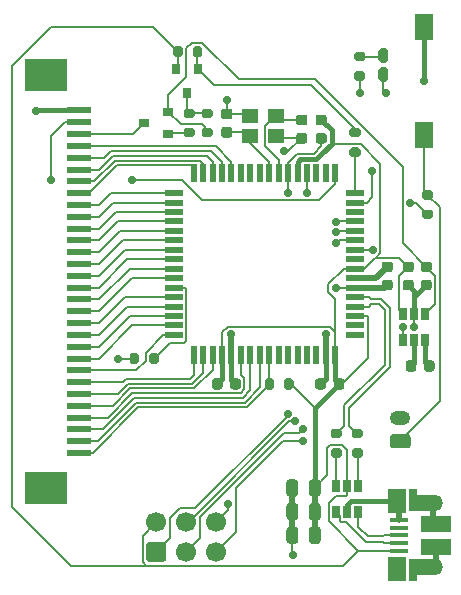
<source format=gbr>
G04 #@! TF.GenerationSoftware,KiCad,Pcbnew,(5.1.8)-1*
G04 #@! TF.CreationDate,2021-04-18T18:01:33-07:00*
G04 #@! TF.ProjectId,wired-sculpt,77697265-642d-4736-9375-6c70742e6b69,rev?*
G04 #@! TF.SameCoordinates,Original*
G04 #@! TF.FileFunction,Copper,L1,Top*
G04 #@! TF.FilePolarity,Positive*
%FSLAX46Y46*%
G04 Gerber Fmt 4.6, Leading zero omitted, Abs format (unit mm)*
G04 Created by KiCad (PCBNEW (5.1.8)-1) date 2021-04-18 18:01:33*
%MOMM*%
%LPD*%
G01*
G04 APERTURE LIST*
G04 #@! TA.AperFunction,ComponentPad*
%ADD10C,1.700000*%
G04 #@! TD*
G04 #@! TA.AperFunction,SMDPad,CuDef*
%ADD11R,0.650000X1.060000*%
G04 #@! TD*
G04 #@! TA.AperFunction,SMDPad,CuDef*
%ADD12R,1.500000X0.550000*%
G04 #@! TD*
G04 #@! TA.AperFunction,SMDPad,CuDef*
%ADD13R,0.550000X1.500000*%
G04 #@! TD*
G04 #@! TA.AperFunction,SMDPad,CuDef*
%ADD14R,2.000000X0.610000*%
G04 #@! TD*
G04 #@! TA.AperFunction,SMDPad,CuDef*
%ADD15R,3.600000X2.680000*%
G04 #@! TD*
G04 #@! TA.AperFunction,SMDPad,CuDef*
%ADD16R,2.000000X1.350000*%
G04 #@! TD*
G04 #@! TA.AperFunction,SMDPad,CuDef*
%ADD17R,0.700000X1.825000*%
G04 #@! TD*
G04 #@! TA.AperFunction,SMDPad,CuDef*
%ADD18R,1.500000X2.000000*%
G04 #@! TD*
G04 #@! TA.AperFunction,SMDPad,CuDef*
%ADD19R,1.650000X0.400000*%
G04 #@! TD*
G04 #@! TA.AperFunction,ComponentPad*
%ADD20O,1.500000X1.100000*%
G04 #@! TD*
G04 #@! TA.AperFunction,ComponentPad*
%ADD21O,1.700000X1.350000*%
G04 #@! TD*
G04 #@! TA.AperFunction,SMDPad,CuDef*
%ADD22R,2.500000X1.430000*%
G04 #@! TD*
G04 #@! TA.AperFunction,SMDPad,CuDef*
%ADD23R,1.600000X2.180000*%
G04 #@! TD*
G04 #@! TA.AperFunction,SMDPad,CuDef*
%ADD24R,1.400000X1.200000*%
G04 #@! TD*
G04 #@! TA.AperFunction,ComponentPad*
%ADD25O,1.750000X1.200000*%
G04 #@! TD*
G04 #@! TA.AperFunction,SMDPad,CuDef*
%ADD26R,0.800000X0.900000*%
G04 #@! TD*
G04 #@! TA.AperFunction,SMDPad,CuDef*
%ADD27R,0.900000X0.800000*%
G04 #@! TD*
G04 #@! TA.AperFunction,ViaPad*
%ADD28C,0.700000*%
G04 #@! TD*
G04 #@! TA.AperFunction,Conductor*
%ADD29C,0.200000*%
G04 #@! TD*
G04 #@! TA.AperFunction,Conductor*
%ADD30C,0.500000*%
G04 #@! TD*
G04 #@! TA.AperFunction,Conductor*
%ADD31C,0.400000*%
G04 #@! TD*
G04 APERTURE END LIST*
G04 #@! TO.P,J3,1*
G04 #@! TO.N,MISO*
G04 #@! TA.AperFunction,ComponentPad*
G36*
G01*
X135428000Y-77230000D02*
X134228000Y-77230000D01*
G75*
G02*
X133978000Y-76980000I0J250000D01*
G01*
X133978000Y-75780000D01*
G75*
G02*
X134228000Y-75530000I250000J0D01*
G01*
X135428000Y-75530000D01*
G75*
G02*
X135678000Y-75780000I0J-250000D01*
G01*
X135678000Y-76980000D01*
G75*
G02*
X135428000Y-77230000I-250000J0D01*
G01*
G37*
G04 #@! TD.AperFunction*
D10*
G04 #@! TO.P,J3,3*
G04 #@! TO.N,SCK*
X137368000Y-76380000D03*
G04 #@! TO.P,J3,5*
G04 #@! TO.N,RST*
X139908000Y-76380000D03*
G04 #@! TO.P,J3,2*
G04 #@! TO.N,VBUS*
X134828000Y-73840000D03*
G04 #@! TO.P,J3,4*
G04 #@! TO.N,MOSI*
X137368000Y-73840000D03*
G04 #@! TO.P,J3,6*
G04 #@! TO.N,GND*
X139908000Y-73840000D03*
G04 #@! TD*
G04 #@! TO.P,C8,1*
G04 #@! TO.N,Net-(C8-Pad1)*
G04 #@! TA.AperFunction,SMDPad,CuDef*
G36*
G01*
X146897000Y-39354000D02*
X147397000Y-39354000D01*
G75*
G02*
X147622000Y-39579000I0J-225000D01*
G01*
X147622000Y-40029000D01*
G75*
G02*
X147397000Y-40254000I-225000J0D01*
G01*
X146897000Y-40254000D01*
G75*
G02*
X146672000Y-40029000I0J225000D01*
G01*
X146672000Y-39579000D01*
G75*
G02*
X146897000Y-39354000I225000J0D01*
G01*
G37*
G04 #@! TD.AperFunction*
G04 #@! TO.P,C8,2*
G04 #@! TO.N,GND*
G04 #@! TA.AperFunction,SMDPad,CuDef*
G36*
G01*
X146897000Y-40904000D02*
X147397000Y-40904000D01*
G75*
G02*
X147622000Y-41129000I0J-225000D01*
G01*
X147622000Y-41579000D01*
G75*
G02*
X147397000Y-41804000I-225000J0D01*
G01*
X146897000Y-41804000D01*
G75*
G02*
X146672000Y-41579000I0J225000D01*
G01*
X146672000Y-41129000D01*
G75*
G02*
X146897000Y-40904000I225000J0D01*
G01*
G37*
G04 #@! TD.AperFunction*
G04 #@! TD*
G04 #@! TO.P,C12,1*
G04 #@! TO.N,GND*
G04 #@! TA.AperFunction,SMDPad,CuDef*
G36*
G01*
X141995000Y-61906000D02*
X141995000Y-62406000D01*
G75*
G02*
X141770000Y-62631000I-225000J0D01*
G01*
X141320000Y-62631000D01*
G75*
G02*
X141095000Y-62406000I0J225000D01*
G01*
X141095000Y-61906000D01*
G75*
G02*
X141320000Y-61681000I225000J0D01*
G01*
X141770000Y-61681000D01*
G75*
G02*
X141995000Y-61906000I0J-225000D01*
G01*
G37*
G04 #@! TD.AperFunction*
G04 #@! TO.P,C12,2*
G04 #@! TO.N,VBUS*
G04 #@! TA.AperFunction,SMDPad,CuDef*
G36*
G01*
X140445000Y-61906000D02*
X140445000Y-62406000D01*
G75*
G02*
X140220000Y-62631000I-225000J0D01*
G01*
X139770000Y-62631000D01*
G75*
G02*
X139545000Y-62406000I0J225000D01*
G01*
X139545000Y-61906000D01*
G75*
G02*
X139770000Y-61681000I225000J0D01*
G01*
X140220000Y-61681000D01*
G75*
G02*
X140445000Y-61906000I0J-225000D01*
G01*
G37*
G04 #@! TD.AperFunction*
G04 #@! TD*
G04 #@! TO.P,R9,1*
G04 #@! TO.N,LED*
G04 #@! TA.AperFunction,SMDPad,CuDef*
G36*
G01*
X152342000Y-36482000D02*
X151792000Y-36482000D01*
G75*
G02*
X151592000Y-36282000I0J200000D01*
G01*
X151592000Y-35882000D01*
G75*
G02*
X151792000Y-35682000I200000J0D01*
G01*
X152342000Y-35682000D01*
G75*
G02*
X152542000Y-35882000I0J-200000D01*
G01*
X152542000Y-36282000D01*
G75*
G02*
X152342000Y-36482000I-200000J0D01*
G01*
G37*
G04 #@! TD.AperFunction*
G04 #@! TO.P,R9,2*
G04 #@! TO.N,Net-(D1-Pad2)*
G04 #@! TA.AperFunction,SMDPad,CuDef*
G36*
G01*
X152342000Y-34832000D02*
X151792000Y-34832000D01*
G75*
G02*
X151592000Y-34632000I0J200000D01*
G01*
X151592000Y-34232000D01*
G75*
G02*
X151792000Y-34032000I200000J0D01*
G01*
X152342000Y-34032000D01*
G75*
G02*
X152542000Y-34232000I0J-200000D01*
G01*
X152542000Y-34632000D01*
G75*
G02*
X152342000Y-34832000I-200000J0D01*
G01*
G37*
G04 #@! TD.AperFunction*
G04 #@! TD*
G04 #@! TO.P,C3,1*
G04 #@! TO.N,GND*
G04 #@! TA.AperFunction,SMDPad,CuDef*
G36*
G01*
X145858000Y-71444000D02*
X145858000Y-70494000D01*
G75*
G02*
X146108000Y-70244000I250000J0D01*
G01*
X146608000Y-70244000D01*
G75*
G02*
X146858000Y-70494000I0J-250000D01*
G01*
X146858000Y-71444000D01*
G75*
G02*
X146608000Y-71694000I-250000J0D01*
G01*
X146108000Y-71694000D01*
G75*
G02*
X145858000Y-71444000I0J250000D01*
G01*
G37*
G04 #@! TD.AperFunction*
G04 #@! TO.P,C3,2*
G04 #@! TO.N,VBUS*
G04 #@! TA.AperFunction,SMDPad,CuDef*
G36*
G01*
X147758000Y-71444000D02*
X147758000Y-70494000D01*
G75*
G02*
X148008000Y-70244000I250000J0D01*
G01*
X148508000Y-70244000D01*
G75*
G02*
X148758000Y-70494000I0J-250000D01*
G01*
X148758000Y-71444000D01*
G75*
G02*
X148508000Y-71694000I-250000J0D01*
G01*
X148008000Y-71694000D01*
G75*
G02*
X147758000Y-71444000I0J250000D01*
G01*
G37*
G04 #@! TD.AperFunction*
G04 #@! TD*
D11*
G04 #@! TO.P,U1,1*
G04 #@! TO.N,/Din-*
X150050000Y-73000000D03*
G04 #@! TO.P,U1,2*
G04 #@! TO.N,GND*
X151000000Y-73000000D03*
G04 #@! TO.P,U1,3*
G04 #@! TO.N,/Din+*
X151950000Y-73000000D03*
G04 #@! TO.P,U1,4*
G04 #@! TO.N,/Dout+*
X151950000Y-70800000D03*
G04 #@! TO.P,U1,6*
G04 #@! TO.N,/Dout-*
X150050000Y-70800000D03*
G04 #@! TO.P,U1,5*
G04 #@! TO.N,VBUS*
X151000000Y-70800000D03*
G04 #@! TD*
D12*
G04 #@! TO.P,U3,1*
G04 #@! TO.N,Net-(U3-Pad1)*
X151700000Y-58000000D03*
G04 #@! TO.P,U3,2*
G04 #@! TO.N,Net-(U3-Pad2)*
X151700000Y-57200000D03*
G04 #@! TO.P,U3,3*
G04 #@! TO.N,VBUS*
X151700000Y-56400000D03*
G04 #@! TO.P,U3,4*
G04 #@! TO.N,/D-*
X151700000Y-55600000D03*
G04 #@! TO.P,U3,5*
G04 #@! TO.N,/D+*
X151700000Y-54800000D03*
G04 #@! TO.P,U3,6*
G04 #@! TO.N,GND*
X151700000Y-54000000D03*
G04 #@! TO.P,U3,7*
G04 #@! TO.N,Net-(C9-Pad1)*
X151700000Y-53200000D03*
G04 #@! TO.P,U3,8*
G04 #@! TO.N,VBUS*
X151700000Y-52400000D03*
G04 #@! TO.P,U3,9*
G04 #@! TO.N,Net-(U3-Pad9)*
X151700000Y-51600000D03*
G04 #@! TO.P,U3,10*
G04 #@! TO.N,PB0*
X151700000Y-50800000D03*
G04 #@! TO.P,U3,11*
G04 #@! TO.N,SCK*
X151700000Y-50000000D03*
G04 #@! TO.P,U3,12*
G04 #@! TO.N,MOSI*
X151700000Y-49200000D03*
G04 #@! TO.P,U3,13*
G04 #@! TO.N,MISO*
X151700000Y-48400000D03*
G04 #@! TO.P,U3,14*
G04 #@! TO.N,Net-(U3-Pad14)*
X151700000Y-47600000D03*
G04 #@! TO.P,U3,15*
G04 #@! TO.N,LED*
X151700000Y-46800000D03*
G04 #@! TO.P,U3,16*
G04 #@! TO.N,GREEN+*
X151700000Y-46000000D03*
D13*
G04 #@! TO.P,U3,17*
G04 #@! TO.N,RED+*
X150000000Y-44300000D03*
G04 #@! TO.P,U3,18*
G04 #@! TO.N,Net-(U3-Pad18)*
X149200000Y-44300000D03*
G04 #@! TO.P,U3,19*
G04 #@! TO.N,Net-(U3-Pad19)*
X148400000Y-44300000D03*
G04 #@! TO.P,U3,20*
G04 #@! TO.N,RST*
X147600000Y-44300000D03*
G04 #@! TO.P,U3,21*
G04 #@! TO.N,VBUS*
X146800000Y-44300000D03*
G04 #@! TO.P,U3,22*
G04 #@! TO.N,GND*
X146000000Y-44300000D03*
G04 #@! TO.P,U3,23*
G04 #@! TO.N,Net-(C8-Pad1)*
X145200000Y-44300000D03*
G04 #@! TO.P,U3,24*
G04 #@! TO.N,Net-(C7-Pad1)*
X144400000Y-44300000D03*
G04 #@! TO.P,U3,25*
G04 #@! TO.N,Net-(U3-Pad25)*
X143600000Y-44300000D03*
G04 #@! TO.P,U3,26*
G04 #@! TO.N,Net-(U3-Pad26)*
X142800000Y-44300000D03*
G04 #@! TO.P,U3,27*
G04 #@! TO.N,Net-(U3-Pad27)*
X142000000Y-44300000D03*
G04 #@! TO.P,U3,28*
G04 #@! TO.N,Net-(J2-Pad4)*
X141200000Y-44300000D03*
G04 #@! TO.P,U3,29*
G04 #@! TO.N,Net-(J2-Pad5)*
X140400000Y-44300000D03*
G04 #@! TO.P,U3,30*
G04 #@! TO.N,Net-(J2-Pad6)*
X139600000Y-44300000D03*
G04 #@! TO.P,U3,31*
G04 #@! TO.N,Net-(J2-Pad7)*
X138800000Y-44300000D03*
G04 #@! TO.P,U3,32*
G04 #@! TO.N,Net-(J2-Pad8)*
X138000000Y-44300000D03*
D12*
G04 #@! TO.P,U3,33*
G04 #@! TO.N,PE0*
X136300000Y-46000000D03*
G04 #@! TO.P,U3,34*
G04 #@! TO.N,PE1*
X136300000Y-46800000D03*
G04 #@! TO.P,U3,35*
G04 #@! TO.N,Net-(J2-Pad11)*
X136300000Y-47600000D03*
G04 #@! TO.P,U3,36*
G04 #@! TO.N,Net-(J2-Pad12)*
X136300000Y-48400000D03*
G04 #@! TO.P,U3,37*
G04 #@! TO.N,Net-(J2-Pad13)*
X136300000Y-49200000D03*
G04 #@! TO.P,U3,38*
G04 #@! TO.N,Net-(J2-Pad14)*
X136300000Y-50000000D03*
G04 #@! TO.P,U3,39*
G04 #@! TO.N,Net-(J2-Pad15)*
X136300000Y-50800000D03*
G04 #@! TO.P,U3,40*
G04 #@! TO.N,Net-(J2-Pad16)*
X136300000Y-51600000D03*
G04 #@! TO.P,U3,41*
G04 #@! TO.N,Net-(J2-Pad17)*
X136300000Y-52400000D03*
G04 #@! TO.P,U3,42*
G04 #@! TO.N,Net-(J2-Pad18)*
X136300000Y-53200000D03*
G04 #@! TO.P,U3,43*
G04 #@! TO.N,Net-(R3-Pad1)*
X136300000Y-54000000D03*
G04 #@! TO.P,U3,44*
G04 #@! TO.N,Net-(J2-Pad19)*
X136300000Y-54800000D03*
G04 #@! TO.P,U3,45*
G04 #@! TO.N,Net-(J2-Pad20)*
X136300000Y-55600000D03*
G04 #@! TO.P,U3,46*
G04 #@! TO.N,Net-(J2-Pad21)*
X136300000Y-56400000D03*
G04 #@! TO.P,U3,47*
G04 #@! TO.N,Net-(J2-Pad22)*
X136300000Y-57200000D03*
G04 #@! TO.P,U3,48*
G04 #@! TO.N,Net-(J2-Pad23)*
X136300000Y-58000000D03*
D13*
G04 #@! TO.P,U3,49*
G04 #@! TO.N,Net-(J2-Pad24)*
X138000000Y-59700000D03*
G04 #@! TO.P,U3,50*
G04 #@! TO.N,Net-(J2-Pad25)*
X138800000Y-59700000D03*
G04 #@! TO.P,U3,51*
G04 #@! TO.N,Net-(J2-Pad26)*
X139600000Y-59700000D03*
G04 #@! TO.P,U3,52*
G04 #@! TO.N,VBUS*
X140400000Y-59700000D03*
G04 #@! TO.P,U3,53*
G04 #@! TO.N,GND*
X141200000Y-59700000D03*
G04 #@! TO.P,U3,54*
G04 #@! TO.N,PF7*
X142000000Y-59700000D03*
G04 #@! TO.P,U3,55*
G04 #@! TO.N,PF6*
X142800000Y-59700000D03*
G04 #@! TO.P,U3,56*
G04 #@! TO.N,PF5*
X143600000Y-59700000D03*
G04 #@! TO.P,U3,57*
G04 #@! TO.N,PF4*
X144400000Y-59700000D03*
G04 #@! TO.P,U3,58*
G04 #@! TO.N,Net-(U3-Pad58)*
X145200000Y-59700000D03*
G04 #@! TO.P,U3,59*
G04 #@! TO.N,Net-(U3-Pad59)*
X146000000Y-59700000D03*
G04 #@! TO.P,U3,60*
G04 #@! TO.N,Net-(U3-Pad60)*
X146800000Y-59700000D03*
G04 #@! TO.P,U3,61*
G04 #@! TO.N,Net-(U3-Pad61)*
X147600000Y-59700000D03*
G04 #@! TO.P,U3,62*
G04 #@! TO.N,Net-(U3-Pad62)*
X148400000Y-59700000D03*
G04 #@! TO.P,U3,63*
G04 #@! TO.N,GND*
X149200000Y-59700000D03*
G04 #@! TO.P,U3,64*
G04 #@! TO.N,VBUS*
X150000000Y-59700000D03*
G04 #@! TD*
G04 #@! TO.P,R1,1*
G04 #@! TO.N,/D+*
G04 #@! TA.AperFunction,SMDPad,CuDef*
G36*
G01*
X151571000Y-65948000D02*
X152121000Y-65948000D01*
G75*
G02*
X152321000Y-66148000I0J-200000D01*
G01*
X152321000Y-66548000D01*
G75*
G02*
X152121000Y-66748000I-200000J0D01*
G01*
X151571000Y-66748000D01*
G75*
G02*
X151371000Y-66548000I0J200000D01*
G01*
X151371000Y-66148000D01*
G75*
G02*
X151571000Y-65948000I200000J0D01*
G01*
G37*
G04 #@! TD.AperFunction*
G04 #@! TO.P,R1,2*
G04 #@! TO.N,/Dout+*
G04 #@! TA.AperFunction,SMDPad,CuDef*
G36*
G01*
X151571000Y-67598000D02*
X152121000Y-67598000D01*
G75*
G02*
X152321000Y-67798000I0J-200000D01*
G01*
X152321000Y-68198000D01*
G75*
G02*
X152121000Y-68398000I-200000J0D01*
G01*
X151571000Y-68398000D01*
G75*
G02*
X151371000Y-68198000I0J200000D01*
G01*
X151371000Y-67798000D01*
G75*
G02*
X151571000Y-67598000I200000J0D01*
G01*
G37*
G04 #@! TD.AperFunction*
G04 #@! TD*
D14*
G04 #@! TO.P,J2,1*
G04 #@! TO.N,GND*
X128300000Y-39000000D03*
G04 #@! TO.P,J2,2*
G04 #@! TO.N,RED+*
X128300000Y-40000000D03*
G04 #@! TO.P,J2,3*
G04 #@! TO.N,GREEN-*
X128300000Y-41000000D03*
G04 #@! TO.P,J2,4*
G04 #@! TO.N,Net-(J2-Pad4)*
X128300000Y-42000000D03*
G04 #@! TO.P,J2,5*
G04 #@! TO.N,Net-(J2-Pad5)*
X128300000Y-43000000D03*
G04 #@! TO.P,J2,6*
G04 #@! TO.N,Net-(J2-Pad6)*
X128300000Y-44000000D03*
G04 #@! TO.P,J2,7*
G04 #@! TO.N,Net-(J2-Pad7)*
X128300000Y-45000000D03*
G04 #@! TO.P,J2,8*
G04 #@! TO.N,Net-(J2-Pad8)*
X128300000Y-46000000D03*
G04 #@! TO.P,J2,9*
G04 #@! TO.N,PE0*
X128300000Y-47000000D03*
G04 #@! TO.P,J2,10*
G04 #@! TO.N,PE1*
X128300000Y-48000000D03*
G04 #@! TO.P,J2,11*
G04 #@! TO.N,Net-(J2-Pad11)*
X128300000Y-49000000D03*
G04 #@! TO.P,J2,12*
G04 #@! TO.N,Net-(J2-Pad12)*
X128300000Y-50000000D03*
G04 #@! TO.P,J2,13*
G04 #@! TO.N,Net-(J2-Pad13)*
X128300000Y-51000000D03*
G04 #@! TO.P,J2,14*
G04 #@! TO.N,Net-(J2-Pad14)*
X128300000Y-52000000D03*
G04 #@! TO.P,J2,15*
G04 #@! TO.N,Net-(J2-Pad15)*
X128300000Y-53000000D03*
G04 #@! TO.P,J2,16*
G04 #@! TO.N,Net-(J2-Pad16)*
X128300000Y-54000000D03*
G04 #@! TO.P,J2,17*
G04 #@! TO.N,Net-(J2-Pad17)*
X128300000Y-55000000D03*
G04 #@! TO.P,J2,18*
G04 #@! TO.N,Net-(J2-Pad18)*
X128300000Y-56000000D03*
G04 #@! TO.P,J2,19*
G04 #@! TO.N,Net-(J2-Pad19)*
X128300000Y-57000000D03*
G04 #@! TO.P,J2,20*
G04 #@! TO.N,Net-(J2-Pad20)*
X128300000Y-58000000D03*
G04 #@! TO.P,J2,21*
G04 #@! TO.N,Net-(J2-Pad21)*
X128300000Y-59000000D03*
G04 #@! TO.P,J2,22*
G04 #@! TO.N,Net-(J2-Pad22)*
X128300000Y-60000000D03*
G04 #@! TO.P,J2,23*
G04 #@! TO.N,Net-(J2-Pad23)*
X128300000Y-61000000D03*
G04 #@! TO.P,J2,24*
G04 #@! TO.N,Net-(J2-Pad24)*
X128300000Y-62000000D03*
G04 #@! TO.P,J2,25*
G04 #@! TO.N,Net-(J2-Pad25)*
X128300000Y-63000000D03*
G04 #@! TO.P,J2,26*
G04 #@! TO.N,Net-(J2-Pad26)*
X128300000Y-64000000D03*
G04 #@! TO.P,J2,27*
G04 #@! TO.N,PF7*
X128300000Y-65000000D03*
G04 #@! TO.P,J2,28*
G04 #@! TO.N,PF6*
X128300000Y-66000000D03*
G04 #@! TO.P,J2,29*
G04 #@! TO.N,PF5*
X128300000Y-67000000D03*
G04 #@! TO.P,J2,30*
G04 #@! TO.N,PF4*
X128300000Y-68000000D03*
D15*
G04 #@! TO.P,J2,MP*
G04 #@! TO.N,N/C*
X125500000Y-36010000D03*
X125500000Y-70990000D03*
G04 #@! TD*
G04 #@! TO.P,C7,2*
G04 #@! TO.N,GND*
G04 #@! TA.AperFunction,SMDPad,CuDef*
G36*
G01*
X141047000Y-39746000D02*
X140547000Y-39746000D01*
G75*
G02*
X140322000Y-39521000I0J225000D01*
G01*
X140322000Y-39071000D01*
G75*
G02*
X140547000Y-38846000I225000J0D01*
G01*
X141047000Y-38846000D01*
G75*
G02*
X141272000Y-39071000I0J-225000D01*
G01*
X141272000Y-39521000D01*
G75*
G02*
X141047000Y-39746000I-225000J0D01*
G01*
G37*
G04 #@! TD.AperFunction*
G04 #@! TO.P,C7,1*
G04 #@! TO.N,Net-(C7-Pad1)*
G04 #@! TA.AperFunction,SMDPad,CuDef*
G36*
G01*
X141047000Y-41296000D02*
X140547000Y-41296000D01*
G75*
G02*
X140322000Y-41071000I0J225000D01*
G01*
X140322000Y-40621000D01*
G75*
G02*
X140547000Y-40396000I225000J0D01*
G01*
X141047000Y-40396000D01*
G75*
G02*
X141272000Y-40621000I0J-225000D01*
G01*
X141272000Y-41071000D01*
G75*
G02*
X141047000Y-41296000I-225000J0D01*
G01*
G37*
G04 #@! TD.AperFunction*
G04 #@! TD*
G04 #@! TO.P,C9,1*
G04 #@! TO.N,Net-(C9-Pad1)*
G04 #@! TA.AperFunction,SMDPad,CuDef*
G36*
G01*
X154136000Y-51787000D02*
X154636000Y-51787000D01*
G75*
G02*
X154861000Y-52012000I0J-225000D01*
G01*
X154861000Y-52462000D01*
G75*
G02*
X154636000Y-52687000I-225000J0D01*
G01*
X154136000Y-52687000D01*
G75*
G02*
X153911000Y-52462000I0J225000D01*
G01*
X153911000Y-52012000D01*
G75*
G02*
X154136000Y-51787000I225000J0D01*
G01*
G37*
G04 #@! TD.AperFunction*
G04 #@! TO.P,C9,2*
G04 #@! TO.N,GND*
G04 #@! TA.AperFunction,SMDPad,CuDef*
G36*
G01*
X154136000Y-53337000D02*
X154636000Y-53337000D01*
G75*
G02*
X154861000Y-53562000I0J-225000D01*
G01*
X154861000Y-54012000D01*
G75*
G02*
X154636000Y-54237000I-225000J0D01*
G01*
X154136000Y-54237000D01*
G75*
G02*
X153911000Y-54012000I0J225000D01*
G01*
X153911000Y-53562000D01*
G75*
G02*
X154136000Y-53337000I225000J0D01*
G01*
G37*
G04 #@! TD.AperFunction*
G04 #@! TD*
G04 #@! TO.P,D1,1*
G04 #@! TO.N,GND*
G04 #@! TA.AperFunction,SMDPad,CuDef*
G36*
G01*
X154279500Y-36569500D02*
X153854500Y-36569500D01*
G75*
G02*
X153642000Y-36357000I0J212500D01*
G01*
X153642000Y-35557000D01*
G75*
G02*
X153854500Y-35344500I212500J0D01*
G01*
X154279500Y-35344500D01*
G75*
G02*
X154492000Y-35557000I0J-212500D01*
G01*
X154492000Y-36357000D01*
G75*
G02*
X154279500Y-36569500I-212500J0D01*
G01*
G37*
G04 #@! TD.AperFunction*
G04 #@! TO.P,D1,2*
G04 #@! TO.N,Net-(D1-Pad2)*
G04 #@! TA.AperFunction,SMDPad,CuDef*
G36*
G01*
X154279500Y-34944500D02*
X153854500Y-34944500D01*
G75*
G02*
X153642000Y-34732000I0J212500D01*
G01*
X153642000Y-33932000D01*
G75*
G02*
X153854500Y-33719500I212500J0D01*
G01*
X154279500Y-33719500D01*
G75*
G02*
X154492000Y-33932000I0J-212500D01*
G01*
X154492000Y-34732000D01*
G75*
G02*
X154279500Y-34944500I-212500J0D01*
G01*
G37*
G04 #@! TD.AperFunction*
G04 #@! TD*
D16*
G04 #@! TO.P,J1,6*
G04 #@! TO.N,GND*
X157300000Y-72210000D03*
X157300000Y-77690000D03*
D17*
X156550000Y-77910000D03*
X156550000Y-71960000D03*
D18*
X155250000Y-77810000D03*
X155230000Y-72060000D03*
D19*
G04 #@! TO.P,J1,1*
G04 #@! TO.N,VBUS*
X155350000Y-76260000D03*
G04 #@! TO.P,J1,2*
G04 #@! TO.N,/Din-*
X155350000Y-75610000D03*
G04 #@! TO.P,J1,3*
G04 #@! TO.N,/Din+*
X155350000Y-74960000D03*
G04 #@! TO.P,J1,4*
G04 #@! TO.N,Net-(J1-Pad4)*
X155350000Y-74310000D03*
G04 #@! TO.P,J1,5*
G04 #@! TO.N,GND*
X155350000Y-73660000D03*
D20*
G04 #@! TO.P,J1,6*
X155230000Y-77380000D03*
X155230000Y-72540000D03*
D21*
X158230000Y-77690000D03*
X158230000Y-72230000D03*
D22*
X158500000Y-75920000D03*
X158500000Y-74000000D03*
G04 #@! TD*
G04 #@! TO.P,R2,2*
G04 #@! TO.N,/Dout-*
G04 #@! TA.AperFunction,SMDPad,CuDef*
G36*
G01*
X149793000Y-67598000D02*
X150343000Y-67598000D01*
G75*
G02*
X150543000Y-67798000I0J-200000D01*
G01*
X150543000Y-68198000D01*
G75*
G02*
X150343000Y-68398000I-200000J0D01*
G01*
X149793000Y-68398000D01*
G75*
G02*
X149593000Y-68198000I0J200000D01*
G01*
X149593000Y-67798000D01*
G75*
G02*
X149793000Y-67598000I200000J0D01*
G01*
G37*
G04 #@! TD.AperFunction*
G04 #@! TO.P,R2,1*
G04 #@! TO.N,/D-*
G04 #@! TA.AperFunction,SMDPad,CuDef*
G36*
G01*
X149793000Y-65948000D02*
X150343000Y-65948000D01*
G75*
G02*
X150543000Y-66148000I0J-200000D01*
G01*
X150543000Y-66548000D01*
G75*
G02*
X150343000Y-66748000I-200000J0D01*
G01*
X149793000Y-66748000D01*
G75*
G02*
X149593000Y-66548000I0J200000D01*
G01*
X149593000Y-66148000D01*
G75*
G02*
X149793000Y-65948000I200000J0D01*
G01*
G37*
G04 #@! TD.AperFunction*
G04 #@! TD*
D23*
G04 #@! TO.P,SW1,1*
G04 #@! TO.N,GND*
X157500000Y-31910000D03*
G04 #@! TO.P,SW1,2*
G04 #@! TO.N,Net-(R10-Pad2)*
X157500000Y-41090000D03*
G04 #@! TD*
D24*
G04 #@! TO.P,Y1,1*
G04 #@! TO.N,Net-(C7-Pad1)*
X142808500Y-41162000D03*
G04 #@! TO.P,Y1,2*
G04 #@! TO.N,GND*
X145008500Y-41162000D03*
G04 #@! TO.P,Y1,3*
G04 #@! TO.N,Net-(C8-Pad1)*
X145008500Y-39462000D03*
G04 #@! TO.P,Y1,4*
G04 #@! TO.N,GND*
X142808500Y-39462000D03*
G04 #@! TD*
G04 #@! TO.P,R3,1*
G04 #@! TO.N,Net-(R3-Pad1)*
G04 #@! TA.AperFunction,SMDPad,CuDef*
G36*
G01*
X135025000Y-59725000D02*
X135025000Y-60275000D01*
G75*
G02*
X134825000Y-60475000I-200000J0D01*
G01*
X134425000Y-60475000D01*
G75*
G02*
X134225000Y-60275000I0J200000D01*
G01*
X134225000Y-59725000D01*
G75*
G02*
X134425000Y-59525000I200000J0D01*
G01*
X134825000Y-59525000D01*
G75*
G02*
X135025000Y-59725000I0J-200000D01*
G01*
G37*
G04 #@! TD.AperFunction*
G04 #@! TO.P,R3,2*
G04 #@! TO.N,GND*
G04 #@! TA.AperFunction,SMDPad,CuDef*
G36*
G01*
X133375000Y-59725000D02*
X133375000Y-60275000D01*
G75*
G02*
X133175000Y-60475000I-200000J0D01*
G01*
X132775000Y-60475000D01*
G75*
G02*
X132575000Y-60275000I0J200000D01*
G01*
X132575000Y-59725000D01*
G75*
G02*
X132775000Y-59525000I200000J0D01*
G01*
X133175000Y-59525000D01*
G75*
G02*
X133375000Y-59725000I0J-200000D01*
G01*
G37*
G04 #@! TD.AperFunction*
G04 #@! TD*
G04 #@! TO.P,R10,1*
G04 #@! TO.N,RST*
G04 #@! TA.AperFunction,SMDPad,CuDef*
G36*
G01*
X158075000Y-48200000D02*
X157525000Y-48200000D01*
G75*
G02*
X157325000Y-48000000I0J200000D01*
G01*
X157325000Y-47600000D01*
G75*
G02*
X157525000Y-47400000I200000J0D01*
G01*
X158075000Y-47400000D01*
G75*
G02*
X158275000Y-47600000I0J-200000D01*
G01*
X158275000Y-48000000D01*
G75*
G02*
X158075000Y-48200000I-200000J0D01*
G01*
G37*
G04 #@! TD.AperFunction*
G04 #@! TO.P,R10,2*
G04 #@! TO.N,Net-(R10-Pad2)*
G04 #@! TA.AperFunction,SMDPad,CuDef*
G36*
G01*
X158075000Y-46550000D02*
X157525000Y-46550000D01*
G75*
G02*
X157325000Y-46350000I0J200000D01*
G01*
X157325000Y-45950000D01*
G75*
G02*
X157525000Y-45750000I200000J0D01*
G01*
X158075000Y-45750000D01*
G75*
G02*
X158275000Y-45950000I0J-200000D01*
G01*
X158275000Y-46350000D01*
G75*
G02*
X158075000Y-46550000I-200000J0D01*
G01*
G37*
G04 #@! TD.AperFunction*
G04 #@! TD*
G04 #@! TO.P,C1,1*
G04 #@! TO.N,GND*
G04 #@! TA.AperFunction,SMDPad,CuDef*
G36*
G01*
X145858000Y-75444000D02*
X145858000Y-74494000D01*
G75*
G02*
X146108000Y-74244000I250000J0D01*
G01*
X146608000Y-74244000D01*
G75*
G02*
X146858000Y-74494000I0J-250000D01*
G01*
X146858000Y-75444000D01*
G75*
G02*
X146608000Y-75694000I-250000J0D01*
G01*
X146108000Y-75694000D01*
G75*
G02*
X145858000Y-75444000I0J250000D01*
G01*
G37*
G04 #@! TD.AperFunction*
G04 #@! TO.P,C1,2*
G04 #@! TO.N,VBUS*
G04 #@! TA.AperFunction,SMDPad,CuDef*
G36*
G01*
X147758000Y-75444000D02*
X147758000Y-74494000D01*
G75*
G02*
X148008000Y-74244000I250000J0D01*
G01*
X148508000Y-74244000D01*
G75*
G02*
X148758000Y-74494000I0J-250000D01*
G01*
X148758000Y-75444000D01*
G75*
G02*
X148508000Y-75694000I-250000J0D01*
G01*
X148008000Y-75694000D01*
G75*
G02*
X147758000Y-75444000I0J250000D01*
G01*
G37*
G04 #@! TD.AperFunction*
G04 #@! TD*
G04 #@! TO.P,C2,2*
G04 #@! TO.N,VBUS*
G04 #@! TA.AperFunction,SMDPad,CuDef*
G36*
G01*
X147758000Y-73444000D02*
X147758000Y-72494000D01*
G75*
G02*
X148008000Y-72244000I250000J0D01*
G01*
X148508000Y-72244000D01*
G75*
G02*
X148758000Y-72494000I0J-250000D01*
G01*
X148758000Y-73444000D01*
G75*
G02*
X148508000Y-73694000I-250000J0D01*
G01*
X148008000Y-73694000D01*
G75*
G02*
X147758000Y-73444000I0J250000D01*
G01*
G37*
G04 #@! TD.AperFunction*
G04 #@! TO.P,C2,1*
G04 #@! TO.N,GND*
G04 #@! TA.AperFunction,SMDPad,CuDef*
G36*
G01*
X145858000Y-73444000D02*
X145858000Y-72494000D01*
G75*
G02*
X146108000Y-72244000I250000J0D01*
G01*
X146608000Y-72244000D01*
G75*
G02*
X146858000Y-72494000I0J-250000D01*
G01*
X146858000Y-73444000D01*
G75*
G02*
X146608000Y-73694000I-250000J0D01*
G01*
X146108000Y-73694000D01*
G75*
G02*
X145858000Y-73444000I0J250000D01*
G01*
G37*
G04 #@! TD.AperFunction*
G04 #@! TD*
G04 #@! TO.P,R4,1*
G04 #@! TO.N,VBUS*
G04 #@! TA.AperFunction,SMDPad,CuDef*
G36*
G01*
X146467000Y-61881000D02*
X146467000Y-62431000D01*
G75*
G02*
X146267000Y-62631000I-200000J0D01*
G01*
X145867000Y-62631000D01*
G75*
G02*
X145667000Y-62431000I0J200000D01*
G01*
X145667000Y-61881000D01*
G75*
G02*
X145867000Y-61681000I200000J0D01*
G01*
X146267000Y-61681000D01*
G75*
G02*
X146467000Y-61881000I0J-200000D01*
G01*
G37*
G04 #@! TD.AperFunction*
G04 #@! TO.P,R4,2*
G04 #@! TO.N,PF4*
G04 #@! TA.AperFunction,SMDPad,CuDef*
G36*
G01*
X144817000Y-61881000D02*
X144817000Y-62431000D01*
G75*
G02*
X144617000Y-62631000I-200000J0D01*
G01*
X144217000Y-62631000D01*
G75*
G02*
X144017000Y-62431000I0J200000D01*
G01*
X144017000Y-61881000D01*
G75*
G02*
X144217000Y-61681000I200000J0D01*
G01*
X144617000Y-61681000D01*
G75*
G02*
X144817000Y-61881000I0J-200000D01*
G01*
G37*
G04 #@! TD.AperFunction*
G04 #@! TD*
G04 #@! TO.P,SW2,1*
G04 #@! TO.N,Net-(R10-Pad2)*
G04 #@! TA.AperFunction,ComponentPad*
G36*
G01*
X156125001Y-67600000D02*
X154874999Y-67600000D01*
G75*
G02*
X154625000Y-67350001I0J249999D01*
G01*
X154625000Y-66649999D01*
G75*
G02*
X154874999Y-66400000I249999J0D01*
G01*
X156125001Y-66400000D01*
G75*
G02*
X156375000Y-66649999I0J-249999D01*
G01*
X156375000Y-67350001D01*
G75*
G02*
X156125001Y-67600000I-249999J0D01*
G01*
G37*
G04 #@! TD.AperFunction*
D25*
G04 #@! TO.P,SW2,2*
G04 #@! TO.N,GND*
X155500000Y-65000000D03*
G04 #@! TD*
G04 #@! TO.P,C11,2*
G04 #@! TO.N,VBUS*
G04 #@! TA.AperFunction,SMDPad,CuDef*
G36*
G01*
X149845000Y-62406000D02*
X149845000Y-61906000D01*
G75*
G02*
X150070000Y-61681000I225000J0D01*
G01*
X150520000Y-61681000D01*
G75*
G02*
X150745000Y-61906000I0J-225000D01*
G01*
X150745000Y-62406000D01*
G75*
G02*
X150520000Y-62631000I-225000J0D01*
G01*
X150070000Y-62631000D01*
G75*
G02*
X149845000Y-62406000I0J225000D01*
G01*
G37*
G04 #@! TD.AperFunction*
G04 #@! TO.P,C11,1*
G04 #@! TO.N,GND*
G04 #@! TA.AperFunction,SMDPad,CuDef*
G36*
G01*
X148295000Y-62406000D02*
X148295000Y-61906000D01*
G75*
G02*
X148520000Y-61681000I225000J0D01*
G01*
X148970000Y-61681000D01*
G75*
G02*
X149195000Y-61906000I0J-225000D01*
G01*
X149195000Y-62406000D01*
G75*
G02*
X148970000Y-62631000I-225000J0D01*
G01*
X148520000Y-62631000D01*
G75*
G02*
X148295000Y-62406000I0J225000D01*
G01*
G37*
G04 #@! TD.AperFunction*
G04 #@! TD*
G04 #@! TO.P,C10,1*
G04 #@! TO.N,GND*
G04 #@! TA.AperFunction,SMDPad,CuDef*
G36*
G01*
X149048000Y-41804000D02*
X148548000Y-41804000D01*
G75*
G02*
X148323000Y-41579000I0J225000D01*
G01*
X148323000Y-41129000D01*
G75*
G02*
X148548000Y-40904000I225000J0D01*
G01*
X149048000Y-40904000D01*
G75*
G02*
X149273000Y-41129000I0J-225000D01*
G01*
X149273000Y-41579000D01*
G75*
G02*
X149048000Y-41804000I-225000J0D01*
G01*
G37*
G04 #@! TD.AperFunction*
G04 #@! TO.P,C10,2*
G04 #@! TO.N,VBUS*
G04 #@! TA.AperFunction,SMDPad,CuDef*
G36*
G01*
X149048000Y-40254000D02*
X148548000Y-40254000D01*
G75*
G02*
X148323000Y-40029000I0J225000D01*
G01*
X148323000Y-39579000D01*
G75*
G02*
X148548000Y-39354000I225000J0D01*
G01*
X149048000Y-39354000D01*
G75*
G02*
X149273000Y-39579000I0J-225000D01*
G01*
X149273000Y-40029000D01*
G75*
G02*
X149048000Y-40254000I-225000J0D01*
G01*
G37*
G04 #@! TD.AperFunction*
G04 #@! TD*
G04 #@! TO.P,C4,1*
G04 #@! TO.N,Net-(C4-Pad1)*
G04 #@! TA.AperFunction,SMDPad,CuDef*
G36*
G01*
X155955000Y-60882000D02*
X155955000Y-60382000D01*
G75*
G02*
X156180000Y-60157000I225000J0D01*
G01*
X156630000Y-60157000D01*
G75*
G02*
X156855000Y-60382000I0J-225000D01*
G01*
X156855000Y-60882000D01*
G75*
G02*
X156630000Y-61107000I-225000J0D01*
G01*
X156180000Y-61107000D01*
G75*
G02*
X155955000Y-60882000I0J225000D01*
G01*
G37*
G04 #@! TD.AperFunction*
G04 #@! TO.P,C4,2*
G04 #@! TO.N,Net-(C4-Pad2)*
G04 #@! TA.AperFunction,SMDPad,CuDef*
G36*
G01*
X157505000Y-60882000D02*
X157505000Y-60382000D01*
G75*
G02*
X157730000Y-60157000I225000J0D01*
G01*
X158180000Y-60157000D01*
G75*
G02*
X158405000Y-60382000I0J-225000D01*
G01*
X158405000Y-60882000D01*
G75*
G02*
X158180000Y-61107000I-225000J0D01*
G01*
X157730000Y-61107000D01*
G75*
G02*
X157505000Y-60882000I0J225000D01*
G01*
G37*
G04 #@! TD.AperFunction*
G04 #@! TD*
G04 #@! TO.P,C5,2*
G04 #@! TO.N,VBUS*
G04 #@! TA.AperFunction,SMDPad,CuDef*
G36*
G01*
X156414000Y-52687000D02*
X155914000Y-52687000D01*
G75*
G02*
X155689000Y-52462000I0J225000D01*
G01*
X155689000Y-52012000D01*
G75*
G02*
X155914000Y-51787000I225000J0D01*
G01*
X156414000Y-51787000D01*
G75*
G02*
X156639000Y-52012000I0J-225000D01*
G01*
X156639000Y-52462000D01*
G75*
G02*
X156414000Y-52687000I-225000J0D01*
G01*
G37*
G04 #@! TD.AperFunction*
G04 #@! TO.P,C5,1*
G04 #@! TO.N,GND*
G04 #@! TA.AperFunction,SMDPad,CuDef*
G36*
G01*
X156414000Y-54237000D02*
X155914000Y-54237000D01*
G75*
G02*
X155689000Y-54012000I0J225000D01*
G01*
X155689000Y-53562000D01*
G75*
G02*
X155914000Y-53337000I225000J0D01*
G01*
X156414000Y-53337000D01*
G75*
G02*
X156639000Y-53562000I0J-225000D01*
G01*
X156639000Y-54012000D01*
G75*
G02*
X156414000Y-54237000I-225000J0D01*
G01*
G37*
G04 #@! TD.AperFunction*
G04 #@! TD*
G04 #@! TO.P,C6,1*
G04 #@! TO.N,GND*
G04 #@! TA.AperFunction,SMDPad,CuDef*
G36*
G01*
X157938000Y-54237000D02*
X157438000Y-54237000D01*
G75*
G02*
X157213000Y-54012000I0J225000D01*
G01*
X157213000Y-53562000D01*
G75*
G02*
X157438000Y-53337000I225000J0D01*
G01*
X157938000Y-53337000D01*
G75*
G02*
X158163000Y-53562000I0J-225000D01*
G01*
X158163000Y-54012000D01*
G75*
G02*
X157938000Y-54237000I-225000J0D01*
G01*
G37*
G04 #@! TD.AperFunction*
G04 #@! TO.P,C6,2*
G04 #@! TO.N,-5V*
G04 #@! TA.AperFunction,SMDPad,CuDef*
G36*
G01*
X157938000Y-52687000D02*
X157438000Y-52687000D01*
G75*
G02*
X157213000Y-52462000I0J225000D01*
G01*
X157213000Y-52012000D01*
G75*
G02*
X157438000Y-51787000I225000J0D01*
G01*
X157938000Y-51787000D01*
G75*
G02*
X158163000Y-52012000I0J-225000D01*
G01*
X158163000Y-52462000D01*
G75*
G02*
X157938000Y-52687000I-225000J0D01*
G01*
G37*
G04 #@! TD.AperFunction*
G04 #@! TD*
D11*
G04 #@! TO.P,U2,1*
G04 #@! TO.N,-5V*
X157622000Y-56230000D03*
G04 #@! TO.P,U2,2*
G04 #@! TO.N,GND*
X156672000Y-56230000D03*
G04 #@! TO.P,U2,3*
G04 #@! TO.N,VBUS*
X155722000Y-56230000D03*
G04 #@! TO.P,U2,4*
G04 #@! TO.N,PB0*
X155722000Y-58430000D03*
G04 #@! TO.P,U2,6*
G04 #@! TO.N,Net-(C4-Pad2)*
X157622000Y-58430000D03*
G04 #@! TO.P,U2,5*
G04 #@! TO.N,Net-(C4-Pad1)*
X156672000Y-58430000D03*
G04 #@! TD*
D26*
G04 #@! TO.P,Q1,1*
G04 #@! TO.N,Net-(Q1-Pad1)*
X138384000Y-35486000D03*
G04 #@! TO.P,Q1,2*
G04 #@! TO.N,VBUS*
X136484000Y-35486000D03*
G04 #@! TO.P,Q1,3*
G04 #@! TO.N,Net-(Q1-Pad3)*
X137434000Y-37486000D03*
G04 #@! TD*
D27*
G04 #@! TO.P,Q2,3*
G04 #@! TO.N,GREEN-*
X133828000Y-40058000D03*
G04 #@! TO.P,Q2,2*
G04 #@! TO.N,-5V*
X135828000Y-39108000D03*
G04 #@! TO.P,Q2,1*
G04 #@! TO.N,Net-(Q2-Pad1)*
X135828000Y-41008000D03*
G04 #@! TD*
G04 #@! TO.P,R5,2*
G04 #@! TO.N,VBUS*
G04 #@! TA.AperFunction,SMDPad,CuDef*
G36*
G01*
X137070500Y-33750500D02*
X137070500Y-34300500D01*
G75*
G02*
X136870500Y-34500500I-200000J0D01*
G01*
X136470500Y-34500500D01*
G75*
G02*
X136270500Y-34300500I0J200000D01*
G01*
X136270500Y-33750500D01*
G75*
G02*
X136470500Y-33550500I200000J0D01*
G01*
X136870500Y-33550500D01*
G75*
G02*
X137070500Y-33750500I0J-200000D01*
G01*
G37*
G04 #@! TD.AperFunction*
G04 #@! TO.P,R5,1*
G04 #@! TO.N,Net-(Q1-Pad1)*
G04 #@! TA.AperFunction,SMDPad,CuDef*
G36*
G01*
X138720500Y-33750500D02*
X138720500Y-34300500D01*
G75*
G02*
X138520500Y-34500500I-200000J0D01*
G01*
X138120500Y-34500500D01*
G75*
G02*
X137920500Y-34300500I0J200000D01*
G01*
X137920500Y-33750500D01*
G75*
G02*
X138120500Y-33550500I200000J0D01*
G01*
X138520500Y-33550500D01*
G75*
G02*
X138720500Y-33750500I0J-200000D01*
G01*
G37*
G04 #@! TD.AperFunction*
G04 #@! TD*
G04 #@! TO.P,R6,1*
G04 #@! TO.N,Net-(Q1-Pad1)*
G04 #@! TA.AperFunction,SMDPad,CuDef*
G36*
G01*
X151380500Y-40483500D02*
X151930500Y-40483500D01*
G75*
G02*
X152130500Y-40683500I0J-200000D01*
G01*
X152130500Y-41083500D01*
G75*
G02*
X151930500Y-41283500I-200000J0D01*
G01*
X151380500Y-41283500D01*
G75*
G02*
X151180500Y-41083500I0J200000D01*
G01*
X151180500Y-40683500D01*
G75*
G02*
X151380500Y-40483500I200000J0D01*
G01*
G37*
G04 #@! TD.AperFunction*
G04 #@! TO.P,R6,2*
G04 #@! TO.N,GREEN+*
G04 #@! TA.AperFunction,SMDPad,CuDef*
G36*
G01*
X151380500Y-42133500D02*
X151930500Y-42133500D01*
G75*
G02*
X152130500Y-42333500I0J-200000D01*
G01*
X152130500Y-42733500D01*
G75*
G02*
X151930500Y-42933500I-200000J0D01*
G01*
X151380500Y-42933500D01*
G75*
G02*
X151180500Y-42733500I0J200000D01*
G01*
X151180500Y-42333500D01*
G75*
G02*
X151380500Y-42133500I200000J0D01*
G01*
G37*
G04 #@! TD.AperFunction*
G04 #@! TD*
G04 #@! TO.P,R7,2*
G04 #@! TO.N,Net-(Q1-Pad3)*
G04 #@! TA.AperFunction,SMDPad,CuDef*
G36*
G01*
X137897000Y-39633000D02*
X137347000Y-39633000D01*
G75*
G02*
X137147000Y-39433000I0J200000D01*
G01*
X137147000Y-39033000D01*
G75*
G02*
X137347000Y-38833000I200000J0D01*
G01*
X137897000Y-38833000D01*
G75*
G02*
X138097000Y-39033000I0J-200000D01*
G01*
X138097000Y-39433000D01*
G75*
G02*
X137897000Y-39633000I-200000J0D01*
G01*
G37*
G04 #@! TD.AperFunction*
G04 #@! TO.P,R7,1*
G04 #@! TO.N,Net-(Q2-Pad1)*
G04 #@! TA.AperFunction,SMDPad,CuDef*
G36*
G01*
X137897000Y-41283000D02*
X137347000Y-41283000D01*
G75*
G02*
X137147000Y-41083000I0J200000D01*
G01*
X137147000Y-40683000D01*
G75*
G02*
X137347000Y-40483000I200000J0D01*
G01*
X137897000Y-40483000D01*
G75*
G02*
X138097000Y-40683000I0J-200000D01*
G01*
X138097000Y-41083000D01*
G75*
G02*
X137897000Y-41283000I-200000J0D01*
G01*
G37*
G04 #@! TD.AperFunction*
G04 #@! TD*
G04 #@! TO.P,R8,1*
G04 #@! TO.N,-5V*
G04 #@! TA.AperFunction,SMDPad,CuDef*
G36*
G01*
X139421000Y-41283000D02*
X138871000Y-41283000D01*
G75*
G02*
X138671000Y-41083000I0J200000D01*
G01*
X138671000Y-40683000D01*
G75*
G02*
X138871000Y-40483000I200000J0D01*
G01*
X139421000Y-40483000D01*
G75*
G02*
X139621000Y-40683000I0J-200000D01*
G01*
X139621000Y-41083000D01*
G75*
G02*
X139421000Y-41283000I-200000J0D01*
G01*
G37*
G04 #@! TD.AperFunction*
G04 #@! TO.P,R8,2*
G04 #@! TO.N,Net-(Q1-Pad3)*
G04 #@! TA.AperFunction,SMDPad,CuDef*
G36*
G01*
X139421000Y-39633000D02*
X138871000Y-39633000D01*
G75*
G02*
X138671000Y-39433000I0J200000D01*
G01*
X138671000Y-39033000D01*
G75*
G02*
X138871000Y-38833000I200000J0D01*
G01*
X139421000Y-38833000D01*
G75*
G02*
X139621000Y-39033000I0J-200000D01*
G01*
X139621000Y-39433000D01*
G75*
G02*
X139421000Y-39633000I-200000J0D01*
G01*
G37*
G04 #@! TD.AperFunction*
G04 #@! TD*
D28*
G04 #@! TO.N,GND*
X141200000Y-57950000D03*
X149200000Y-57950000D03*
X124668000Y-39042000D03*
X157500000Y-36500000D03*
X154259000Y-37518000D03*
X156672000Y-57330000D03*
X131600000Y-60000000D03*
X145623000Y-42471000D03*
X140797000Y-38153000D03*
X146385000Y-76634000D03*
X140924000Y-72316000D03*
X146004000Y-45963500D03*
X150068000Y-54028000D03*
G04 #@! TO.N,LED*
X153116000Y-44122000D03*
X152100000Y-37518000D03*
G04 #@! TO.N,MISO*
X150068000Y-48417994D03*
X145974000Y-64686338D03*
G04 #@! TO.N,MOSI*
X150068000Y-49317997D03*
X146624000Y-65329603D03*
G04 #@! TO.N,SCK*
X150068000Y-50218000D03*
X147274000Y-65966000D03*
G04 #@! TO.N,RST*
X147591500Y-45963500D03*
X156354500Y-46852500D03*
X147274000Y-66982000D03*
G04 #@! TO.N,RED+*
X132796000Y-44884000D03*
X125938000Y-44884000D03*
G04 #@! TO.N,PB0*
X155719500Y-57330000D03*
X153167697Y-50771063D03*
G04 #@! TD*
D29*
G04 #@! TO.N,GND*
X146020000Y-44280000D02*
X146000000Y-44300000D01*
D30*
X158230000Y-73730000D02*
X158500000Y-74000000D01*
X158230000Y-72230000D02*
X158230000Y-73730000D01*
X158500000Y-77420000D02*
X158230000Y-77690000D01*
X158500000Y-75920000D02*
X158500000Y-77420000D01*
X141200000Y-59700000D02*
X141200000Y-57950000D01*
X149200000Y-57950000D02*
X149200000Y-59700000D01*
X155350000Y-72660000D02*
X155230000Y-72540000D01*
X155350000Y-73660000D02*
X155350000Y-72660000D01*
D31*
X154759999Y-72069999D02*
X155230000Y-72540000D01*
X151304999Y-72069999D02*
X154759999Y-72069999D01*
X151000000Y-72374998D02*
X151304999Y-72069999D01*
X151000000Y-73000000D02*
X151000000Y-72374998D01*
D30*
X146358000Y-74969000D02*
X146358000Y-72969000D01*
X146358000Y-72969000D02*
X146358000Y-70969000D01*
D31*
X124710000Y-39000000D02*
X124668000Y-39042000D01*
X128300000Y-39000000D02*
X124710000Y-39000000D01*
D29*
X154067000Y-37326000D02*
X154259000Y-37518000D01*
X154067000Y-35957000D02*
X154067000Y-37326000D01*
D31*
X157500000Y-36500000D02*
X157500000Y-31910000D01*
X156672000Y-54295000D02*
X156672000Y-56230000D01*
X156164000Y-53787000D02*
X156672000Y-54295000D01*
X156672000Y-54803000D02*
X156672000Y-56230000D01*
X157688000Y-53787000D02*
X156672000Y-54803000D01*
D29*
X156672000Y-57330000D02*
X156672000Y-56230000D01*
D31*
X149200000Y-61701000D02*
X148745000Y-62156000D01*
X149200000Y-59700000D02*
X149200000Y-61701000D01*
X141200000Y-61811000D02*
X141545000Y-62156000D01*
X141200000Y-59700000D02*
X141200000Y-61811000D01*
D30*
X154173000Y-54000000D02*
X151700000Y-54000000D01*
X154386000Y-53787000D02*
X154173000Y-54000000D01*
D29*
X131600000Y-60000000D02*
X132975000Y-60000000D01*
X145200500Y-41354000D02*
X145008500Y-41162000D01*
X147147000Y-41354000D02*
X145200500Y-41354000D01*
X148798000Y-42005780D02*
X148798000Y-41354000D01*
X148153791Y-42649989D02*
X148798000Y-42005780D01*
X146768891Y-42649989D02*
X148153791Y-42649989D01*
X146000000Y-43418880D02*
X146768891Y-42649989D01*
X146000000Y-44300000D02*
X146000000Y-43418880D01*
X146030000Y-42471000D02*
X147147000Y-41354000D01*
X145623000Y-42471000D02*
X146030000Y-42471000D01*
X142642500Y-39296000D02*
X142808500Y-39462000D01*
X140797000Y-39296000D02*
X142642500Y-39296000D01*
X140797000Y-38153000D02*
X140797000Y-39296000D01*
X146358000Y-76607000D02*
X146385000Y-76634000D01*
X146358000Y-74969000D02*
X146358000Y-76607000D01*
X140924000Y-72824000D02*
X139908000Y-73840000D01*
X140924000Y-72316000D02*
X140924000Y-72824000D01*
X146000000Y-45959500D02*
X146004000Y-45963500D01*
X146000000Y-44300000D02*
X146000000Y-45959500D01*
X150096000Y-54000000D02*
X150068000Y-54028000D01*
X151700000Y-54000000D02*
X150096000Y-54000000D01*
G04 #@! TO.N,Net-(D1-Pad2)*
X153967000Y-34432000D02*
X154067000Y-34332000D01*
X152067000Y-34432000D02*
X153967000Y-34432000D01*
G04 #@! TO.N,LED*
X152017000Y-36132000D02*
X152067000Y-36082000D01*
X153116000Y-46334000D02*
X153116000Y-44122000D01*
X152650000Y-46800000D02*
X153116000Y-46334000D01*
X151700000Y-46800000D02*
X152650000Y-46800000D01*
X152100000Y-36115000D02*
X152067000Y-36082000D01*
X152100000Y-37518000D02*
X152100000Y-36115000D01*
G04 #@! TO.N,MISO*
X150085994Y-48400000D02*
X150068000Y-48417994D01*
X151700000Y-48400000D02*
X150085994Y-48400000D01*
X135978001Y-73527997D02*
X136815999Y-72689999D01*
X135978001Y-75229999D02*
X135978001Y-73527997D01*
X134828000Y-76380000D02*
X135978001Y-75229999D01*
X136815999Y-72689999D02*
X138148604Y-72689999D01*
X145974000Y-64864603D02*
X145974000Y-64686338D01*
X138148604Y-72689999D02*
X145974000Y-64864603D01*
G04 #@! TO.N,MOSI*
X151700000Y-49200000D02*
X150185997Y-49200000D01*
X150185997Y-49200000D02*
X150068000Y-49317997D01*
X137564301Y-73840000D02*
X138352313Y-73051989D01*
X137368000Y-73840000D02*
X137564301Y-73840000D01*
X146074699Y-65329603D02*
X146624000Y-65329603D01*
X138352313Y-73051989D02*
X146074699Y-65329603D01*
G04 #@! TO.N,SCK*
X150286000Y-50000000D02*
X150068000Y-50218000D01*
X151700000Y-50000000D02*
X150286000Y-50000000D01*
X138518001Y-75229999D02*
X137368000Y-76380000D01*
X138518001Y-73451999D02*
X138518001Y-75229999D01*
X145654001Y-66315999D02*
X138518001Y-73451999D01*
X146924001Y-66315999D02*
X145654001Y-66315999D01*
X147274000Y-65966000D02*
X146924001Y-66315999D01*
G04 #@! TO.N,RST*
X147600000Y-45955000D02*
X147591500Y-45963500D01*
X147600000Y-44300000D02*
X147600000Y-45955000D01*
X156852500Y-46852500D02*
X157800000Y-47800000D01*
X156354500Y-46852500D02*
X156852500Y-46852500D01*
X141574001Y-74713999D02*
X141574001Y-70961697D01*
X139908000Y-76380000D02*
X141574001Y-74713999D01*
X145553698Y-66982000D02*
X147274000Y-66982000D01*
X141574001Y-70961697D02*
X145553698Y-66982000D01*
D31*
G04 #@! TO.N,Net-(C4-Pad1)*
X156672000Y-60365000D02*
X156405000Y-60632000D01*
X156672000Y-58430000D02*
X156672000Y-60365000D01*
D29*
G04 #@! TO.N,PE0*
X128300000Y-47000000D02*
X130000000Y-47000000D01*
X131000000Y-46000000D02*
X136300000Y-46000000D01*
X130000000Y-47000000D02*
X131000000Y-46000000D01*
G04 #@! TO.N,PE1*
X128300000Y-48000000D02*
X130000000Y-48000000D01*
X131200000Y-46800000D02*
X136300000Y-46800000D01*
X130000000Y-48000000D02*
X131200000Y-46800000D01*
G04 #@! TO.N,PF7*
X142069110Y-59769110D02*
X142000000Y-59700000D01*
X142295010Y-62623468D02*
X141987468Y-62931010D01*
X141987468Y-62931010D02*
X132809010Y-62931010D01*
X142295010Y-61688532D02*
X142295010Y-62623468D01*
X142000000Y-61393522D02*
X142295010Y-61688532D01*
X142000000Y-59700000D02*
X142000000Y-61393522D01*
X130740020Y-65000000D02*
X128300000Y-65000000D01*
X132809010Y-62931010D02*
X130740020Y-65000000D01*
G04 #@! TO.N,PF6*
X142750000Y-59750000D02*
X142800000Y-59700000D01*
X142673488Y-59826512D02*
X142800000Y-59700000D01*
X142800000Y-62684176D02*
X142153157Y-63331020D01*
X142800000Y-59700000D02*
X142800000Y-62684176D01*
X142153157Y-63331020D02*
X132974698Y-63331020D01*
X130305718Y-66000000D02*
X128300000Y-66000000D01*
X132974698Y-63331020D02*
X130305718Y-66000000D01*
G04 #@! TO.N,PF5*
X143590379Y-59709621D02*
X143600000Y-59700000D01*
X143600000Y-62449875D02*
X142318846Y-63731030D01*
X143600000Y-59700000D02*
X143600000Y-62449875D01*
X142318846Y-63731030D02*
X133140386Y-63731030D01*
X129871417Y-67000000D02*
X128300000Y-67000000D01*
X133140386Y-63731030D02*
X129871417Y-67000000D01*
G04 #@! TO.N,PF4*
X144500000Y-59800000D02*
X144400000Y-59700000D01*
X129145002Y-68000000D02*
X128300000Y-68000000D01*
X144350000Y-59750000D02*
X144400000Y-59700000D01*
X144400000Y-59700000D02*
X144400000Y-61631000D01*
X144400000Y-62215575D02*
X142484535Y-64131040D01*
X144400000Y-59700000D02*
X144400000Y-62215575D01*
X142484535Y-64131040D02*
X133306075Y-64131040D01*
X129437115Y-68000000D02*
X128300000Y-68000000D01*
X133306075Y-64131040D02*
X129437115Y-68000000D01*
D30*
G04 #@! TO.N,VBUS*
X148258000Y-74969000D02*
X148258000Y-72969000D01*
X148258000Y-72969000D02*
X148258000Y-70969000D01*
D29*
X150899999Y-71630001D02*
X151000000Y-71530000D01*
X150024997Y-71630001D02*
X150899999Y-71630001D01*
X151000000Y-71530000D02*
X151000000Y-70800000D01*
X149424999Y-72229999D02*
X150024997Y-71630001D01*
X150295000Y-62455000D02*
X150295000Y-62000000D01*
X150295000Y-62000000D02*
X150732000Y-62000000D01*
X152650000Y-56400000D02*
X151700000Y-56400000D01*
X152750001Y-56500001D02*
X152650000Y-56400000D01*
X152750001Y-59981999D02*
X152750001Y-56500001D01*
X150732000Y-62000000D02*
X152750001Y-59981999D01*
X149424999Y-73770001D02*
X149424999Y-72229999D01*
X151914998Y-76260000D02*
X149424999Y-73770001D01*
X155350000Y-76260000D02*
X151914998Y-76260000D01*
D31*
X150000000Y-61861000D02*
X150295000Y-62156000D01*
X150000000Y-59700000D02*
X150000000Y-61861000D01*
X140400000Y-61751000D02*
X139995000Y-62156000D01*
X140400000Y-59700000D02*
X140400000Y-61751000D01*
D29*
X155388990Y-53012010D02*
X156164000Y-52237000D01*
X155388990Y-55896990D02*
X155388990Y-53012010D01*
X155722000Y-56230000D02*
X155388990Y-55896990D01*
X152465002Y-52400000D02*
X151700000Y-52400000D01*
X153378012Y-51486990D02*
X152465002Y-52400000D01*
X155413990Y-51486990D02*
X153378012Y-51486990D01*
X156164000Y-52237000D02*
X155413990Y-51486990D01*
X153378012Y-51486990D02*
X153378012Y-51479988D01*
X150000000Y-57787998D02*
X150000000Y-59700000D01*
X140887999Y-57299999D02*
X149512001Y-57299999D01*
X140400000Y-57787998D02*
X140887999Y-57299999D01*
X149512001Y-57299999D02*
X150000000Y-57787998D01*
X140400000Y-59700000D02*
X140400000Y-57787998D01*
X136670500Y-35299500D02*
X136484000Y-35486000D01*
X136670500Y-34025500D02*
X136670500Y-35299500D01*
D31*
X146800000Y-43326000D02*
X146800000Y-44300000D01*
X146976001Y-43149999D02*
X146800000Y-43326000D01*
X149673010Y-41837890D02*
X148360901Y-43149999D01*
X149673010Y-40679010D02*
X149673010Y-41837890D01*
X148360901Y-43149999D02*
X146976001Y-43149999D01*
X148798000Y-39804000D02*
X149673010Y-40679010D01*
D29*
X149585888Y-67297990D02*
X149292990Y-67590888D01*
X149292990Y-67590888D02*
X149292990Y-69889990D01*
X150550112Y-67297990D02*
X149585888Y-67297990D01*
X151000000Y-67747878D02*
X150550112Y-67297990D01*
X151000000Y-70800000D02*
X151000000Y-67747878D01*
X148258000Y-70924980D02*
X148258000Y-70969000D01*
X149292990Y-69889990D02*
X148258000Y-70924980D01*
D31*
X148258000Y-64193000D02*
X150295000Y-62156000D01*
X148258000Y-70969000D02*
X148258000Y-64193000D01*
D29*
X146800000Y-43534998D02*
X146800000Y-44300000D01*
X147084999Y-43249999D02*
X146800000Y-43534998D01*
X148119479Y-43249999D02*
X147084999Y-43249999D01*
X149535988Y-41833490D02*
X148119479Y-43249999D01*
X153817698Y-43513576D02*
X152137612Y-41833490D01*
X153413772Y-51486990D02*
X153817698Y-51083064D01*
X152137612Y-41833490D02*
X149535988Y-41833490D01*
X153817698Y-51083064D02*
X153817698Y-43513576D01*
X153378012Y-51486990D02*
X153413772Y-51486990D01*
X146221000Y-62156000D02*
X148258000Y-64193000D01*
X146067000Y-62156000D02*
X146221000Y-62156000D01*
X149417999Y-53715999D02*
X150733998Y-52400000D01*
X149417999Y-54340001D02*
X149417999Y-53715999D01*
X150000000Y-54922002D02*
X149417999Y-54340001D01*
X150733998Y-52400000D02*
X151700000Y-52400000D01*
X150000000Y-59700000D02*
X150000000Y-54922002D01*
X150644988Y-77530010D02*
X151914998Y-76260000D01*
X133677990Y-74990010D02*
X133677990Y-77207824D01*
X133677990Y-77207824D02*
X134000176Y-77530010D01*
X134828000Y-73840000D02*
X133677990Y-74990010D01*
X134000176Y-77530010D02*
X150644988Y-77530010D01*
X134575000Y-31930000D02*
X136670500Y-34025500D01*
X125899998Y-31930000D02*
X134575000Y-31930000D01*
X122636000Y-35193998D02*
X125899998Y-31930000D01*
X122636000Y-72570000D02*
X122636000Y-35193998D01*
X127596010Y-77530010D02*
X122636000Y-72570000D01*
X134000176Y-77530010D02*
X127596010Y-77530010D01*
G04 #@! TO.N,Net-(C8-Pad1)*
X145200000Y-44300000D02*
X145200000Y-43193502D01*
X145200000Y-43193502D02*
X144008499Y-42002001D01*
X144008499Y-40321999D02*
X144868498Y-39462000D01*
X144008499Y-42002001D02*
X144008499Y-40321999D01*
X144868498Y-39462000D02*
X145008500Y-39462000D01*
X145350500Y-39804000D02*
X145008500Y-39462000D01*
X147147000Y-39804000D02*
X145350500Y-39804000D01*
D30*
G04 #@! TO.N,Net-(C9-Pad1)*
X153423000Y-53200000D02*
X154386000Y-52237000D01*
X151700000Y-53200000D02*
X153423000Y-53200000D01*
D29*
G04 #@! TO.N,/Din-*
X154112499Y-75610000D02*
X155350000Y-75610000D01*
X152560000Y-75510000D02*
X154012499Y-75510000D01*
X150880001Y-73830001D02*
X152560000Y-75510000D01*
X154012499Y-75510000D02*
X154112499Y-75610000D01*
X150434999Y-73830001D02*
X150880001Y-73830001D01*
X150374999Y-73770001D02*
X150434999Y-73830001D01*
X150374999Y-73324999D02*
X150374999Y-73770001D01*
X150050000Y-73000000D02*
X150374999Y-73324999D01*
G04 #@! TO.N,/Din+*
X154112499Y-74960000D02*
X155350000Y-74960000D01*
X154012499Y-75060000D02*
X154112499Y-74960000D01*
X152746397Y-75060000D02*
X154012499Y-75060000D01*
X151950000Y-74263603D02*
X152746397Y-75060000D01*
X151950000Y-73000000D02*
X151950000Y-74263603D01*
G04 #@! TO.N,/Dout+*
X151950000Y-68102000D02*
X151846000Y-67998000D01*
X151950000Y-70800000D02*
X151950000Y-68102000D01*
G04 #@! TO.N,/Dout-*
X150050000Y-68016000D02*
X150068000Y-67998000D01*
X150050000Y-70800000D02*
X150050000Y-68016000D01*
G04 #@! TO.N,-5V*
X158463010Y-53012010D02*
X157688000Y-52237000D01*
X158463010Y-55388990D02*
X158463010Y-53012010D01*
X157622000Y-56230000D02*
X158463010Y-55388990D01*
X136902990Y-40182990D02*
X135828000Y-39108000D01*
X138699990Y-40182990D02*
X136902990Y-40182990D01*
X139400000Y-40883000D02*
X138699990Y-40182990D01*
X137370510Y-36159488D02*
X135828000Y-37701998D01*
X137370510Y-33705490D02*
X137370510Y-36159488D01*
X137825510Y-33250490D02*
X137370510Y-33705490D01*
X138727612Y-33250490D02*
X137825510Y-33250490D01*
X135828000Y-37701998D02*
X135828000Y-39108000D01*
X141803499Y-36326377D02*
X138727612Y-33250490D01*
X148280499Y-36326377D02*
X141803499Y-36326377D01*
X155704499Y-43750377D02*
X148280499Y-36326377D01*
X155704499Y-50253499D02*
X155704499Y-43750377D01*
X157688000Y-52237000D02*
X155704499Y-50253499D01*
G04 #@! TO.N,RED+*
X137018998Y-44884000D02*
X132796000Y-44884000D01*
X138748499Y-46613501D02*
X137018998Y-44884000D01*
X148636499Y-46613501D02*
X138748499Y-46613501D01*
X150000000Y-45250000D02*
X148636499Y-46613501D01*
X150000000Y-44300000D02*
X150000000Y-45250000D01*
X127100000Y-40000000D02*
X128300000Y-40000000D01*
X125938000Y-41162000D02*
X127100000Y-40000000D01*
X125938000Y-44884000D02*
X125938000Y-41162000D01*
G04 #@! TO.N,GREEN-*
X132886000Y-41000000D02*
X128300000Y-41000000D01*
X133828000Y-40058000D02*
X132886000Y-41000000D01*
G04 #@! TO.N,/D+*
X151846000Y-66348000D02*
X151182000Y-65684000D01*
X152825001Y-54800000D02*
X151700000Y-54800000D01*
X154611000Y-60725200D02*
X154611000Y-55712800D01*
X154611000Y-55712800D02*
X153873200Y-54975000D01*
X151182000Y-65684000D02*
X151182000Y-64154200D01*
X153873200Y-54975000D02*
X153000001Y-54975000D01*
X153000001Y-54975000D02*
X152825001Y-54800000D01*
X151182000Y-64154200D02*
X154611000Y-60725200D01*
G04 #@! TO.N,/D-*
X153000001Y-55425000D02*
X152825001Y-55600000D01*
X153686800Y-55425000D02*
X153000001Y-55425000D01*
X152825001Y-55600000D02*
X151700000Y-55600000D01*
X154161000Y-55899200D02*
X153686800Y-55425000D01*
X150068000Y-66348000D02*
X150732000Y-65684000D01*
X150732000Y-65684000D02*
X150732000Y-63967800D01*
X150732000Y-63967800D02*
X154161000Y-60538800D01*
X154161000Y-60538800D02*
X154161000Y-55899200D01*
G04 #@! TO.N,Net-(Q1-Pad1)*
X138320500Y-35422500D02*
X138384000Y-35486000D01*
X138320500Y-34025500D02*
X138320500Y-35422500D01*
X151655500Y-40537498D02*
X151655500Y-40883500D01*
X147924492Y-36806490D02*
X151655500Y-40537498D01*
X139704490Y-36806490D02*
X147924492Y-36806490D01*
X138384000Y-35486000D02*
X139704490Y-36806490D01*
G04 #@! TO.N,Net-(Q1-Pad3)*
X137434000Y-39045000D02*
X137622000Y-39233000D01*
X137434000Y-37486000D02*
X137434000Y-39045000D01*
X137622000Y-39233000D02*
X139400000Y-39233000D01*
G04 #@! TO.N,Net-(Q2-Pad1)*
X135953000Y-40883000D02*
X135828000Y-41008000D01*
X137622000Y-40883000D02*
X135953000Y-40883000D01*
G04 #@! TO.N,GREEN+*
X151700000Y-42578000D02*
X151655500Y-42533500D01*
X151700000Y-46000000D02*
X151700000Y-42578000D01*
G04 #@! TO.N,PB0*
X155722000Y-57332500D02*
X155719500Y-57330000D01*
X155722000Y-58430000D02*
X155722000Y-57332500D01*
X151728937Y-50771063D02*
X151700000Y-50800000D01*
X153167697Y-50771063D02*
X151728937Y-50771063D01*
D31*
G04 #@! TO.N,Net-(C4-Pad2)*
X157622000Y-60299000D02*
X157955000Y-60632000D01*
X157622000Y-58430000D02*
X157622000Y-60299000D01*
D29*
G04 #@! TO.N,Net-(C7-Pad1)*
X142808500Y-41758500D02*
X142808500Y-41162000D01*
X144400000Y-43350000D02*
X142808500Y-41758500D01*
X144400000Y-44300000D02*
X144400000Y-43350000D01*
X142492500Y-40846000D02*
X142808500Y-41162000D01*
X140797000Y-40846000D02*
X142492500Y-40846000D01*
G04 #@! TO.N,Net-(J2-Pad4)*
X128349969Y-42049969D02*
X128300000Y-42000000D01*
X139899969Y-42049969D02*
X128349969Y-42049969D01*
X141200000Y-43350000D02*
X139899969Y-42049969D01*
X141200000Y-44300000D02*
X141200000Y-43350000D01*
G04 #@! TO.N,Net-(J2-Pad5)*
X139499979Y-42449979D02*
X140400000Y-43350000D01*
X130997927Y-42449979D02*
X139499979Y-42449979D01*
X130447907Y-43000000D02*
X130997927Y-42449979D01*
X140400000Y-43350000D02*
X140400000Y-44300000D01*
X128300000Y-43000000D02*
X130447907Y-43000000D01*
G04 #@! TO.N,Net-(J2-Pad6)*
X139099989Y-42849989D02*
X139600000Y-43350000D01*
X131163616Y-42849989D02*
X139099989Y-42849989D01*
X139600000Y-43350000D02*
X139600000Y-44300000D01*
X130013606Y-44000000D02*
X131163616Y-42849989D01*
X128300000Y-44000000D02*
X130013606Y-44000000D01*
G04 #@! TO.N,Net-(J2-Pad7)*
X138800000Y-43534998D02*
X138800000Y-44300000D01*
X131329305Y-43249999D02*
X138515001Y-43249999D01*
X138515001Y-43249999D02*
X138800000Y-43534998D01*
X129579304Y-45000000D02*
X131329305Y-43249999D01*
X128300000Y-45000000D02*
X129579304Y-45000000D01*
G04 #@! TO.N,Net-(J2-Pad8)*
X129145002Y-46000000D02*
X128300000Y-46000000D01*
X137850009Y-43650009D02*
X131494993Y-43650009D01*
X138000000Y-43800000D02*
X137850009Y-43650009D01*
X131494993Y-43650009D02*
X129145002Y-46000000D01*
X138000000Y-44300000D02*
X138000000Y-43800000D01*
G04 #@! TO.N,Net-(J2-Pad11)*
X128300000Y-49000000D02*
X130000000Y-49000000D01*
X131400000Y-47600000D02*
X136300000Y-47600000D01*
X130000000Y-49000000D02*
X131400000Y-47600000D01*
G04 #@! TO.N,Net-(J2-Pad12)*
X128300000Y-50000000D02*
X130000000Y-50000000D01*
X130000000Y-50000000D02*
X131600000Y-48400000D01*
X131600000Y-48400000D02*
X136300000Y-48400000D01*
G04 #@! TO.N,Net-(J2-Pad13)*
X128300000Y-51000000D02*
X130000000Y-51000000D01*
X131800000Y-49200000D02*
X136300000Y-49200000D01*
X130000000Y-51000000D02*
X131800000Y-49200000D01*
G04 #@! TO.N,Net-(J2-Pad14)*
X128300000Y-52000000D02*
X130000000Y-52000000D01*
X132000000Y-50000000D02*
X136300000Y-50000000D01*
X130000000Y-52000000D02*
X132000000Y-50000000D01*
G04 #@! TO.N,Net-(J2-Pad15)*
X128300000Y-53000000D02*
X130000000Y-53000000D01*
X132200000Y-50800000D02*
X136300000Y-50800000D01*
X130000000Y-53000000D02*
X132200000Y-50800000D01*
G04 #@! TO.N,Net-(J2-Pad16)*
X128300000Y-54000000D02*
X130000000Y-54000000D01*
X132400000Y-51600000D02*
X136300000Y-51600000D01*
X130000000Y-54000000D02*
X132400000Y-51600000D01*
G04 #@! TO.N,Net-(J2-Pad17)*
X128300000Y-55000000D02*
X130000000Y-55000000D01*
X132600000Y-52400000D02*
X136300000Y-52400000D01*
X130000000Y-55000000D02*
X132600000Y-52400000D01*
G04 #@! TO.N,Net-(J2-Pad18)*
X128300000Y-56000000D02*
X130000000Y-56000000D01*
X132800000Y-53200000D02*
X136300000Y-53200000D01*
X130000000Y-56000000D02*
X132800000Y-53200000D01*
G04 #@! TO.N,Net-(J2-Pad19)*
X128300000Y-57000000D02*
X130000000Y-57000000D01*
X132200000Y-54800000D02*
X136300000Y-54800000D01*
X130000000Y-57000000D02*
X132200000Y-54800000D01*
G04 #@! TO.N,Net-(J2-Pad20)*
X128300000Y-58000000D02*
X130000000Y-58000000D01*
X132400000Y-55600000D02*
X136300000Y-55600000D01*
X130000000Y-58000000D02*
X132400000Y-55600000D01*
G04 #@! TO.N,Net-(J2-Pad21)*
X128300000Y-59000000D02*
X130000000Y-59000000D01*
X132600000Y-56400000D02*
X136300000Y-56400000D01*
X130000000Y-59000000D02*
X132600000Y-56400000D01*
G04 #@! TO.N,Net-(J2-Pad22)*
X128300000Y-60000000D02*
X130000000Y-60000000D01*
X132800000Y-57200000D02*
X136300000Y-57200000D01*
X130000000Y-60000000D02*
X132800000Y-57200000D01*
G04 #@! TO.N,Net-(J2-Pad23)*
X135442878Y-58000000D02*
X136300000Y-58000000D01*
X133924990Y-59517888D02*
X135442878Y-58000000D01*
X133924990Y-60232132D02*
X133924990Y-59517888D01*
X133157122Y-61000000D02*
X133924990Y-60232132D01*
X128300000Y-61000000D02*
X133157122Y-61000000D01*
G04 #@! TO.N,Net-(J2-Pad24)*
X132042923Y-62000000D02*
X128300000Y-62000000D01*
X132311943Y-61730980D02*
X132042923Y-62000000D01*
X137669020Y-61730980D02*
X132311943Y-61730980D01*
X138000000Y-61400000D02*
X137669020Y-61730980D01*
X138000000Y-59700000D02*
X138000000Y-61400000D01*
G04 #@! TO.N,Net-(J2-Pad25)*
X131608622Y-63000000D02*
X128300000Y-63000000D01*
X132477632Y-62130990D02*
X131608622Y-63000000D01*
X137869010Y-62130990D02*
X132477632Y-62130990D01*
X138800000Y-61200000D02*
X137869010Y-62130990D01*
X138800000Y-59700000D02*
X138800000Y-61200000D01*
G04 #@! TO.N,Net-(J2-Pad26)*
X131174321Y-64000000D02*
X128300000Y-64000000D01*
X138069000Y-62531000D02*
X132643321Y-62531000D01*
X139600000Y-61000000D02*
X138069000Y-62531000D01*
X132643321Y-62531000D02*
X131174321Y-64000000D01*
X139600000Y-59700000D02*
X139600000Y-61000000D01*
G04 #@! TO.N,Net-(R3-Pad1)*
X137250000Y-54000000D02*
X136300000Y-54000000D01*
X137350001Y-54100001D02*
X137250000Y-54000000D01*
X137350001Y-58515001D02*
X137350001Y-54100001D01*
X137215003Y-58649999D02*
X137350001Y-58515001D01*
X135975001Y-58649999D02*
X137215003Y-58649999D01*
X134625000Y-60000000D02*
X135975001Y-58649999D01*
G04 #@! TO.N,Net-(R10-Pad2)*
X158863020Y-47213020D02*
X157800000Y-46150000D01*
X158863020Y-63636980D02*
X158863020Y-47213020D01*
X155500000Y-67000000D02*
X158863020Y-63636980D01*
X157500000Y-45850000D02*
X157800000Y-46150000D01*
X157500000Y-41090000D02*
X157500000Y-45850000D01*
G04 #@! TD*
M02*

</source>
